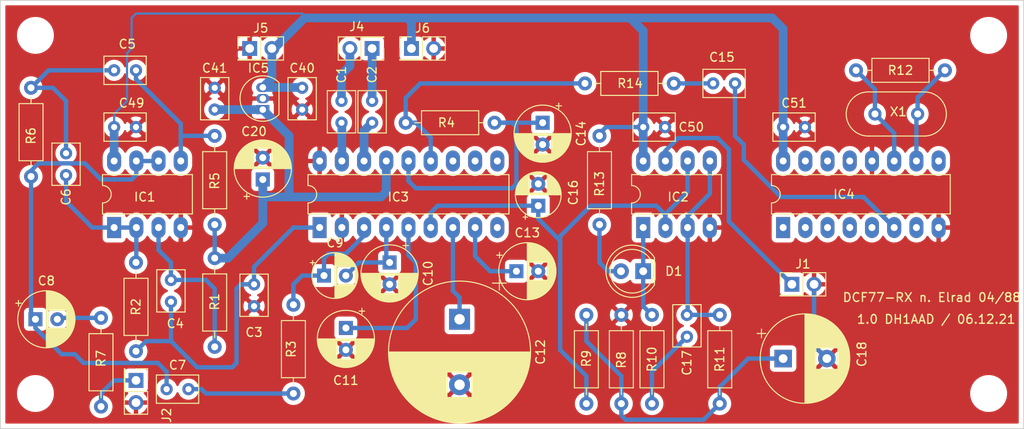
<source format=kicad_pcb>
(kicad_pcb (version 20171130) (host pcbnew 5.1.8-5.1.8)
  (title_block (title "DCF77 nach Elrad 04/88") (date 2021-12-06) (rev 1.0))
  (layers (0 F.Cu signal hide) (31 B.Cu signal) (34 B.Paste user) (35 F.Paste user) (36 B.SilkS user) (37 F.SilkS user) (38 B.Mask user) (39 F.Mask user) (44 Edge.Cuts user))
  (net 0 "")
  (net 1 +12V)
  (net 2 GND)
  (net 3 +8V)
  (net 4 "Net-(C3-Pad1)")
  (net 5 "Net-(C4-Pad2)")
  (net 6 "Net-(C7-Pad2)")
  (net 7 "Net-(C7-Pad1)")
  (net 8 "Net-(D1-Pad2)")
  (net 9 "Net-(D1-Pad1)")
  (net 10 "Net-(C6-Pad2)")
  (net 11 "Net-(IC2-Pad7)")
  (net 12 "Net-(C14-Pad1)")
  (net 13 "Net-(C15-Pad2)")
  (net 14 "Net-(C15-Pad1)")
  (net 15 "Net-(C16-Pad1)")
  (net 16 "Net-(C17-Pad2)")
  (net 17 "Net-(C17-Pad1)")
  (net 18 "Net-(C18-Pad1)")
  (net 19 "Net-(IC3-Pad13)")
  (net 20 "Net-(IC4-Pad11)")
  (net 21 "Net-(IC4-Pad10)")
  (net 22 "Net-(C10-Pad1)")
  (net 23 "Net-(C9-Pad1)")
  (net 24 "Net-(C11-Pad1)")
  (net 25 "Net-(C12-Pad1)")
  (net 26 "Net-(C13-Pad1)")
  (net 27 "Net-(C1-Pad2)")
  (net 28 "Net-(C1-Pad1)")
  (net 29 "Net-(C2-Pad2)")
  (net 30 "Net-(C2-Pad1)")
  (net 31 "Net-(C5-Pad2)")
  (net 32 "Net-(C5-Pad1)")
  (net 33 "Net-(C8-Pad2)")
  (net 34 "Net-(J2-Pad1)")
  (module Connector_PinHeader_2.54mm:PinHeader_2x01_P2.54mm_Vertical (layer F.Cu) (at 137.424 82.992)
    (fp_text reference J6 (at 1.27 -2.33) (layer F.SilkS))
    (fp_text value "12V ANT")
    (pad 2 thru_hole oval (at 2.54 0) (size 1.7 1.7) (drill 1) (layers *.Cu *.Mask) (net 2 GND))
    (pad 1 thru_hole rect (at 0 0) (size 1.7 1.7) (drill 1) (layers *.Cu *.Mask) (net 1 +12V))
  )
  (module Connector_PinHeader_2.54mm:PinHeader_2x01_P2.54mm_Vertical (layer F.Cu) (at 118.924 82.992)
    (fp_text reference J5 (at 1.27 -2.33) (layer F.SilkS))
    (fp_text value 12V)
    (pad 2 thru_hole oval (at 2.54 0) (size 1.7 1.7) (drill 1) (layers *.Cu *.Mask) (net 1 +12V))
    (pad 1 thru_hole rect (at 0 0) (size 1.7 1.7) (drill 1) (layers *.Cu *.Mask) (net 2 GND))
  )
  (module Connector_PinHeader_2.54mm:PinHeader_2x01_P2.54mm_Vertical (layer F.Cu) (at 132.924 82.992 180)
    (fp_text reference J4 (at 1.75 2.5) (layer F.SilkS))
    (fp_text value AntIN)
    (pad 2 thru_hole oval (at 2.54 0 180) (size 1.7 1.7) (drill 1) (layers *.Cu *.Mask) (net 27 "Net-(C1-Pad2)"))
    (pad 1 thru_hole rect (at 0 0 180) (size 1.7 1.7) (drill 1) (layers *.Cu *.Mask) (net 29 "Net-(C2-Pad2)"))
  )
  (module Connector_PinHeader_2.54mm:PinHeader_2x01_P2.54mm_Vertical (layer F.Cu) (at 105.924 120.992 270)
    (fp_text reference J2 (at 4 -3.5 90) (layer F.SilkS))
    (fp_text value KH)
    (pad 2 thru_hole oval (at 2.54 0 270) (size 1.7 1.7) (drill 1) (layers *.Cu *.Mask) (net 2 GND))
    (pad 1 thru_hole rect (at 0 0 270) (size 1.7 1.7) (drill 1) (layers *.Cu *.Mask) (net 34 "Net-(J2-Pad1)"))
  )
  (module Connector_PinHeader_2.54mm:PinHeader_2x01_P2.54mm_Vertical (layer F.Cu) (at 180.924 109.992)
    (fp_text reference J1 (at 1.27 -2.33) (layer F.SilkS))
    (fp_text value uC)
    (pad 2 thru_hole oval (at 2.54 0) (size 1.7 1.7) (drill 1) (layers *.Cu *.Mask) (net 2 GND))
    (pad 1 thru_hole rect (at 0 0) (size 1.7 1.7) (drill 1) (layers *.Cu *.Mask) (net 11 "Net-(IC2-Pad7)"))
  )
  (module Resistor_THT:R_Axial_DIN0207_L6.3mm_D2.5mm_P10.16mm_Horizontal (layer F.Cu) (at 101.924 123.992 90)
    (fp_text reference R7 (at 5.5 0 90) (layer F.SilkS))
    (fp_text value 220)
    (pad 2 thru_hole oval (at 10.16 0 90) (size 1.6 1.6) (drill 0.8) (layers *.Cu *.Mask) (net 33 "Net-(C8-Pad2)"))
    (pad 1 thru_hole circle (at 0 0 90) (size 1.6 1.6) (drill 0.8) (layers *.Cu *.Mask) (net 34 "Net-(J2-Pad1)"))
  )
  (module Resistor_THT:R_Axial_DIN0207_L6.3mm_D2.5mm_P10.16mm_Horizontal (layer F.Cu) (at 93.924 87.492 270)
    (fp_text reference R6 (at 5.5 0 90) (layer F.SilkS))
    (fp_text value 120)
    (pad 2 thru_hole oval (at 10.16 0 270) (size 1.6 1.6) (drill 0.8) (layers *.Cu *.Mask) (net 7 "Net-(C7-Pad1)"))
    (pad 1 thru_hole circle (at 0 0 270) (size 1.6 1.6) (drill 0.8) (layers *.Cu *.Mask) (net 31 "Net-(C5-Pad2)"))
  )
  (module Resistor_THT:R_Axial_DIN0207_L6.3mm_D2.5mm_P10.16mm_Horizontal (layer F.Cu) (at 114.924 103.152 90)
    (fp_text reference R5 (at 5 0 90) (layer F.SilkS))
    (fp_text value 470k)
    (pad 2 thru_hole oval (at 10.16 0 90) (size 1.6 1.6) (drill 0.8) (layers *.Cu *.Mask) (net 32 "Net-(C5-Pad1)"))
    (pad 1 thru_hole circle (at 0 0 90) (size 1.6 1.6) (drill 0.8) (layers *.Cu *.Mask) (net 3 +8V))
  )
  (module Resistor_THT:R_Axial_DIN0207_L6.3mm_D2.5mm_P10.16mm_Horizontal (layer F.Cu) (at 105.924 107.492 270)
    (fp_text reference R2 (at 5.08 0 90) (layer F.SilkS))
    (fp_text value 110)
    (pad 2 thru_hole oval (at 10.16 0 270) (size 1.6 1.6) (drill 0.8) (layers *.Cu *.Mask) (net 4 "Net-(C3-Pad1)"))
    (pad 1 thru_hole circle (at 0 0 270) (size 1.6 1.6) (drill 0.8) (layers *.Cu *.Mask) (net 10 "Net-(C6-Pad2)"))
  )
  (module Resistor_THT:R_Axial_DIN0207_L6.3mm_D2.5mm_P10.16mm_Horizontal (layer F.Cu) (at 114.924 106.992 270)
    (fp_text reference R1 (at 5 0 90) (layer F.SilkS))
    (fp_text value 470k)
    (pad 2 thru_hole oval (at 10.16 0 270) (size 1.6 1.6) (drill 0.8) (layers *.Cu *.Mask) (net 5 "Net-(C4-Pad2)"))
    (pad 1 thru_hole circle (at 0 0 270) (size 1.6 1.6) (drill 0.8) (layers *.Cu *.Mask) (net 3 +8V))
  )
  (module Package_TO_SOT_THT:TO-92_Inline (layer F.Cu) (at 120.424 89.992 90)
    (fp_text reference IC5 (at 4.75 -0.5 180) (layer F.SilkS))
    (fp_text value L78L08)
    (pad 1 thru_hole rect (at 0 0 90) (size 1.05 1.5) (drill 0.75) (layers *.Cu *.Mask) (net 3 +8V))
    (pad 3 thru_hole oval (at 2.54 0 90) (size 1.05 1.5) (drill 0.75) (layers *.Cu *.Mask) (net 1 +12V))
    (pad 2 thru_hole oval (at 1.27 0 90) (size 1.05 1.5) (drill 0.75) (layers *.Cu *.Mask) (net 2 GND))
  )
  (module Package_DIP:DIP-8_W7.62mm_LongPads (layer F.Cu) (at 103.424 103.492 90)
    (fp_text reference IC1 (at 3.5 3.5 180) (layer F.SilkS))
    (fp_text value RC4558)
    (pad 8 thru_hole oval (at 7.62 0 90) (size 2.4 1.6) (drill 0.8) (layers *.Cu *.Mask) (net 1 +12V))
    (pad 4 thru_hole oval (at 0 7.62 90) (size 2.4 1.6) (drill 0.8) (layers *.Cu *.Mask) (net 2 GND))
    (pad 7 thru_hole oval (at 7.62 2.54 90) (size 2.4 1.6) (drill 0.8) (layers *.Cu *.Mask) (net 7 "Net-(C7-Pad1)"))
    (pad 3 thru_hole oval (at 0 5.08 90) (size 2.4 1.6) (drill 0.8) (layers *.Cu *.Mask) (net 5 "Net-(C4-Pad2)"))
    (pad 6 thru_hole oval (at 7.62 5.08 90) (size 2.4 1.6) (drill 0.8) (layers *.Cu *.Mask) (net 7 "Net-(C7-Pad1)"))
    (pad 2 thru_hole oval (at 0 2.54 90) (size 2.4 1.6) (drill 0.8) (layers *.Cu *.Mask) (net 10 "Net-(C6-Pad2)"))
    (pad 5 thru_hole oval (at 7.62 7.62 90) (size 2.4 1.6) (drill 0.8) (layers *.Cu *.Mask) (net 32 "Net-(C5-Pad1)"))
    (pad 1 thru_hole rect (at 0 0 90) (size 2.4 1.6) (drill 0.8) (layers *.Cu *.Mask) (net 10 "Net-(C6-Pad2)"))
  )
  (module Capacitor_THT:C_Rect_L4.6mm_W3.0mm_P2.50mm_MKS02_FKP02 (layer F.Cu) (at 103.424 91.992)
    (fp_text reference C49 (at 2 -2.75) (layer F.SilkS))
    (fp_text value 100n)
    (pad 2 thru_hole circle (at 2.5 0) (size 1.4 1.4) (drill 0.7) (layers *.Cu *.Mask) (net 2 GND))
    (pad 1 thru_hole circle (at 0 0) (size 1.4 1.4) (drill 0.7) (layers *.Cu *.Mask) (net 1 +12V))
  )
  (module Capacitor_THT:C_Rect_L4.6mm_W3.0mm_P2.50mm_MKS02_FKP02 (layer F.Cu) (at 114.924 87.492 270)
    (fp_text reference C41 (at -2.25 0 180) (layer F.SilkS))
    (fp_text value 100n)
    (pad 2 thru_hole circle (at 2.5 0 270) (size 1.4 1.4) (drill 0.7) (layers *.Cu *.Mask) (net 3 +8V))
    (pad 1 thru_hole circle (at 0 0 270) (size 1.4 1.4) (drill 0.7) (layers *.Cu *.Mask) (net 2 GND))
  )
  (module Capacitor_THT:C_Rect_L4.6mm_W3.0mm_P2.50mm_MKS02_FKP02 (layer F.Cu) (at 124.924 89.992 90)
    (fp_text reference C40 (at 4.75 0 180) (layer F.SilkS))
    (fp_text value 100n)
    (pad 2 thru_hole circle (at 2.5 0 90) (size 1.4 1.4) (drill 0.7) (layers *.Cu *.Mask) (net 1 +12V))
    (pad 1 thru_hole circle (at 0 0 90) (size 1.4 1.4) (drill 0.7) (layers *.Cu *.Mask) (net 2 GND))
  )
  (module Capacitor_THT:CP_Radial_D6.3mm_P2.50mm (layer F.Cu) (at 94.424 113.992)
    (fp_text reference C8 (at 1.25 -4.4) (layer F.SilkS))
    (fp_text value 47µ)
    (pad 2 thru_hole circle (at 2.5 0) (size 1.6 1.6) (drill 0.8) (layers *.Cu *.Mask) (net 33 "Net-(C8-Pad2)"))
    (pad 1 thru_hole rect (at 0 0) (size 1.6 1.6) (drill 0.8) (layers *.Cu *.Mask) (net 7 "Net-(C7-Pad1)"))
  )
  (module Capacitor_THT:C_Rect_L4.6mm_W3.0mm_P2.50mm_MKS02_FKP02 (layer F.Cu) (at 109.424 121.992)
    (fp_text reference C7 (at 1.25 -2.75) (layer F.SilkS))
    (fp_text value 100n)
    (pad 2 thru_hole circle (at 2.5 0) (size 1.4 1.4) (drill 0.7) (layers *.Cu *.Mask) (net 6 "Net-(C7-Pad2)"))
    (pad 1 thru_hole circle (at 0 0) (size 1.4 1.4) (drill 0.7) (layers *.Cu *.Mask) (net 7 "Net-(C7-Pad1)"))
  )
  (module Capacitor_THT:C_Rect_L4.6mm_W3.0mm_P2.50mm_MKS02_FKP02 (layer F.Cu) (at 97.924 94.992 270)
    (fp_text reference C6 (at 5 0 90) (layer F.SilkS))
    (fp_text value 10n)
    (pad 2 thru_hole circle (at 2.5 0 270) (size 1.4 1.4) (drill 0.7) (layers *.Cu *.Mask) (net 10 "Net-(C6-Pad2)"))
    (pad 1 thru_hole circle (at 0 0 270) (size 1.4 1.4) (drill 0.7) (layers *.Cu *.Mask) (net 31 "Net-(C5-Pad2)"))
  )
  (module Capacitor_THT:C_Rect_L4.6mm_W3.0mm_P2.50mm_MKS02_FKP02 (layer F.Cu) (at 105.924 85.492 180)
    (fp_text reference C5 (at 1 3) (layer F.SilkS))
    (fp_text value 100n)
    (pad 2 thru_hole circle (at 2.5 0 180) (size 1.4 1.4) (drill 0.7) (layers *.Cu *.Mask) (net 31 "Net-(C5-Pad2)"))
    (pad 1 thru_hole circle (at 0 0 180) (size 1.4 1.4) (drill 0.7) (layers *.Cu *.Mask) (net 32 "Net-(C5-Pad1)"))
  )
  (module Capacitor_THT:C_Rect_L4.6mm_W3.0mm_P2.50mm_MKS02_FKP02 (layer F.Cu) (at 109.924 111.992 90)
    (fp_text reference C4 (at -2.5 0.5 180) (layer F.SilkS))
    (fp_text value 100n)
    (pad 2 thru_hole circle (at 2.5 0 90) (size 1.4 1.4) (drill 0.7) (layers *.Cu *.Mask) (net 5 "Net-(C4-Pad2)"))
    (pad 1 thru_hole circle (at 0 0 90) (size 1.4 1.4) (drill 0.7) (layers *.Cu *.Mask) (net 4 "Net-(C3-Pad1)"))
  )
  (module Capacitor_THT:C_Rect_L4.6mm_W3.0mm_P2.50mm_MKS02_FKP02 (layer F.Cu) (at 119.424 109.992 270)
    (fp_text reference C3 (at 5.5 0 180) (layer F.SilkS))
    (fp_text value 10n)
    (pad 2 thru_hole circle (at 2.5 0 270) (size 1.4 1.4) (drill 0.7) (layers *.Cu *.Mask) (net 2 GND))
    (pad 1 thru_hole circle (at 0 0 270) (size 1.4 1.4) (drill 0.7) (layers *.Cu *.Mask) (net 4 "Net-(C3-Pad1)"))
  )
  (module Capacitor_THT:C_Rect_L4.6mm_W3.0mm_P2.50mm_MKS02_FKP02 (layer F.Cu) (at 132.924 91.492 90)
    (fp_text reference C2 (at 5.5 0 90) (layer F.SilkS))
    (fp_text value 1n)
    (pad 2 thru_hole circle (at 2.5 0 90) (size 1.4 1.4) (drill 0.7) (layers *.Cu *.Mask) (net 29 "Net-(C2-Pad2)"))
    (pad 1 thru_hole circle (at 0 0 90) (size 1.4 1.4) (drill 0.7) (layers *.Cu *.Mask) (net 30 "Net-(C2-Pad1)"))
  )
  (module Capacitor_THT:C_Rect_L4.6mm_W3.0mm_P2.50mm_MKS02_FKP02 (layer F.Cu) (at 129.424 91.492 90)
    (fp_text reference C1 (at 5.5 0 90) (layer F.SilkS))
    (fp_text value 1n)
    (pad 2 thru_hole circle (at 2.5 0 90) (size 1.4 1.4) (drill 0.7) (layers *.Cu *.Mask) (net 27 "Net-(C1-Pad2)"))
    (pad 1 thru_hole circle (at 0 0 90) (size 1.4 1.4) (drill 0.7) (layers *.Cu *.Mask) (net 28 "Net-(C1-Pad1)"))
  )
  (module Resistor_THT:R_Axial_DIN0207_L6.3mm_D2.5mm_P10.16mm_Horizontal (layer F.Cu) (at 123.924 122.492 90)
    (fp_text reference R3 (at 5.08 -0.25 90) (layer F.SilkS))
    (fp_text value 10k)
    (pad 2 thru_hole oval (at 10.16 0 90) (size 1.6 1.6) (drill 0.8) (layers *.Cu *.Mask) (net 23 "Net-(C9-Pad1)"))
    (pad 1 thru_hole circle (at 0 0 90) (size 1.6 1.6) (drill 0.8) (layers *.Cu *.Mask) (net 6 "Net-(C7-Pad2)"))
  )
  (module Capacitor_THT:CP_Radial_D6.3mm_P2.50mm (layer F.Cu) (at 149.424 108.492)
    (fp_text reference C13 (at 1.25 -4.4) (layer F.SilkS))
    (fp_text value 47µ)
    (pad 2 thru_hole circle (at 2.5 0) (size 1.6 1.6) (drill 0.8) (layers *.Cu *.Mask) (net 2 GND))
    (pad 1 thru_hole rect (at 0 0) (size 1.6 1.6) (drill 0.8) (layers *.Cu *.Mask) (net 26 "Net-(C13-Pad1)"))
  )
  (module Capacitor_THT:CP_Radial_D16.0mm_P7.50mm (layer F.Cu) (at 142.924 113.992 270)
    (fp_text reference C12 (at 3.75 -9.25 90) (layer F.SilkS))
    (fp_text value 2200µ)
    (pad 2 thru_hole circle (at 7.5 0 270) (size 2.4 2.4) (drill 1.2) (layers *.Cu *.Mask) (net 2 GND))
    (pad 1 thru_hole rect (at 0 0 270) (size 2.4 2.4) (drill 1.2) (layers *.Cu *.Mask) (net 25 "Net-(C12-Pad1)"))
  )
  (module Capacitor_THT:CP_Radial_D6.3mm_P2.50mm (layer F.Cu) (at 129.924 114.992 270)
    (fp_text reference C11 (at 6 0 180) (layer F.SilkS))
    (fp_text value 47µ)
    (pad 2 thru_hole circle (at 2.5 0 270) (size 1.6 1.6) (drill 0.8) (layers *.Cu *.Mask) (net 2 GND))
    (pad 1 thru_hole rect (at 0 0 270) (size 1.6 1.6) (drill 0.8) (layers *.Cu *.Mask) (net 24 "Net-(C11-Pad1)"))
  )
  (module Capacitor_THT:CP_Radial_D6.3mm_P2.50mm (layer F.Cu) (at 134.924 107.492 270)
    (fp_text reference C10 (at 1.25 -4.4 90) (layer F.SilkS))
    (fp_text value 47µ)
    (pad 2 thru_hole circle (at 2.5 0 270) (size 1.6 1.6) (drill 0.8) (layers *.Cu *.Mask) (net 2 GND))
    (pad 1 thru_hole rect (at 0 0 270) (size 1.6 1.6) (drill 0.8) (layers *.Cu *.Mask) (net 22 "Net-(C10-Pad1)"))
  )
  (module Capacitor_THT:CP_Radial_D5.0mm_P2.50mm (layer F.Cu) (at 127.424 108.992)
    (fp_text reference C9 (at 1.25 -3.75) (layer F.SilkS))
    (fp_text value 1µ)
    (pad 2 thru_hole circle (at 2.5 0) (size 1.6 1.6) (drill 0.8) (layers *.Cu *.Mask) (net 22 "Net-(C10-Pad1)"))
    (pad 1 thru_hole rect (at 0 0) (size 1.6 1.6) (drill 0.8) (layers *.Cu *.Mask) (net 23 "Net-(C9-Pad1)"))
  )
  (module Resistor_THT:R_Axial_DIN0207_L6.3mm_D2.5mm_P10.16mm_Horizontal (layer F.Cu) (at 172.674 113.492 270)
    (fp_text reference R11 (at 5.08 0 90) (layer F.SilkS))
    (fp_text value 10k)
    (pad 2 thru_hole oval (at 10.16 0 270) (size 1.6 1.6) (drill 0.8) (layers *.Cu *.Mask) (net 18 "Net-(C18-Pad1)"))
    (pad 1 thru_hole circle (at 0 0 270) (size 1.6 1.6) (drill 0.8) (layers *.Cu *.Mask) (net 16 "Net-(C17-Pad2)"))
  )
  (module Resistor_THT:R_Axial_DIN0207_L6.3mm_D2.5mm_P10.16mm_Horizontal (layer F.Cu) (at 161.424 113.492 270)
    (fp_text reference R8 (at 5.16 0 90) (layer F.SilkS))
    (fp_text value 100k)
    (pad 2 thru_hole oval (at 10.16 0 270) (size 1.6 1.6) (drill 0.8) (layers *.Cu *.Mask) (net 18 "Net-(C18-Pad1)"))
    (pad 1 thru_hole circle (at 0 0 270) (size 1.6 1.6) (drill 0.8) (layers *.Cu *.Mask) (net 2 GND))
  )
  (module Resistor_THT:R_Axial_DIN0207_L6.3mm_D2.5mm_P10.16mm_Horizontal (layer F.Cu) (at 157.424 113.492 270)
    (fp_text reference R9 (at 5 0 90) (layer F.SilkS))
    (fp_text value 47k)
    (pad 2 thru_hole oval (at 10.16 0 270) (size 1.6 1.6) (drill 0.8) (layers *.Cu *.Mask) (net 15 "Net-(C16-Pad1)"))
    (pad 1 thru_hole circle (at 0 0 270) (size 1.6 1.6) (drill 0.8) (layers *.Cu *.Mask) (net 18 "Net-(C18-Pad1)"))
  )
  (module Capacitor_THT:CP_Radial_D10.0mm_P5.00mm (layer F.Cu) (at 179.924 118.492)
    (fp_text reference C18 (at 9 -0.5 270) (layer F.SilkS))
    (fp_text value 220µ)
    (pad 2 thru_hole circle (at 5 0) (size 2 2) (drill 1) (layers *.Cu *.Mask) (net 2 GND))
    (pad 1 thru_hole rect (at 0 0) (size 2 2) (drill 1) (layers *.Cu *.Mask) (net 18 "Net-(C18-Pad1)"))
  )
  (module Capacitor_THT:CP_Radial_D5.0mm_P2.50mm (layer F.Cu) (at 151.924 100.992 90)
    (fp_text reference C16 (at 1.5 4 90) (layer F.SilkS))
    (fp_text value 1µ)
    (pad 2 thru_hole circle (at 2.5 0 90) (size 1.6 1.6) (drill 0.8) (layers *.Cu *.Mask) (net 2 GND))
    (pad 1 thru_hole rect (at 0 0 90) (size 1.6 1.6) (drill 0.8) (layers *.Cu *.Mask) (net 15 "Net-(C16-Pad1)"))
  )
  (module Capacitor_THT:CP_Radial_D6.3mm_P2.50mm (layer F.Cu) (at 152.424 91.492 270)
    (fp_text reference C14 (at 1.25 -4.4 90) (layer F.SilkS))
    (fp_text value 47µ)
    (pad 2 thru_hole circle (at 2.5 0 270) (size 1.6 1.6) (drill 0.8) (layers *.Cu *.Mask) (net 2 GND))
    (pad 1 thru_hole rect (at 0 0 270) (size 1.6 1.6) (drill 0.8) (layers *.Cu *.Mask) (net 12 "Net-(C14-Pad1)"))
  )
  (module Capacitor_THT:CP_Radial_D6.3mm_P2.50mm (layer F.Cu) (at 120.424 97.992 90)
    (fp_text reference C20 (at 5.5 -1 180) (layer F.SilkS))
    (fp_text value 47µ)
    (pad 2 thru_hole circle (at 2.5 0 90) (size 1.6 1.6) (drill 0.8) (layers *.Cu *.Mask) (net 2 GND))
    (pad 1 thru_hole rect (at 0 0 90) (size 1.6 1.6) (drill 0.8) (layers *.Cu *.Mask) (net 3 +8V))
  )
  (module MountingHole:MountingHole_3.2mm_M3 (layer F.Cu) (at 203.424 122.492)
    (fp_text reference H4 hide)
    (fp_text value 3mm hide)
    (pad 1 np_thru_hole circle (at 0 0) (size 3.2 3.2) (drill 3.2) (layers *.Cu *.Mask))
  )
  (module MountingHole:MountingHole_3.2mm_M3 (layer F.Cu) (at 203.424 81.492)
    (fp_text reference H3 hide)
    (fp_text value 3mm hide)
    (pad 1 np_thru_hole circle (at 0 0) (size 3.2 3.2) (drill 3.2) (layers *.Cu *.Mask))
  )
  (module MountingHole:MountingHole_3.2mm_M3 (layer F.Cu) (at 94.424 122.492)
    (fp_text reference H2 hide)
    (fp_text value 3mm hide)
    (pad 1 np_thru_hole circle (at 0 0) (size 3.2 3.2) (drill 3.2) (layers *.Cu *.Mask))
  )
  (module MountingHole:MountingHole_3.2mm_M3 (layer F.Cu) (at 94.424 81.492)
    (fp_text reference H1 hide)
    (fp_text value 3mm hide)
    (pad 1 np_thru_hole circle (at 0 0) (size 3.2 3.2) (drill 3.2) (layers *.Cu *.Mask))
  )
  (module Resistor_THT:R_Axial_DIN0207_L6.3mm_D2.5mm_P10.16mm_Horizontal (layer F.Cu) (at 158.924 92.992 270)
    (fp_text reference R13 (at 5.5 0 90) (layer F.SilkS))
    (fp_text value 2k2)
    (pad 2 thru_hole oval (at 10.16 0 270) (size 1.6 1.6) (drill 0.8) (layers *.Cu *.Mask) (net 8 "Net-(D1-Pad2)"))
    (pad 1 thru_hole circle (at 0 0 270) (size 1.6 1.6) (drill 0.8) (layers *.Cu *.Mask) (net 1 +12V))
  )
  (module Resistor_THT:R_Axial_DIN0207_L6.3mm_D2.5mm_P10.16mm_Horizontal (layer F.Cu) (at 164.924 113.492 270)
    (fp_text reference R10 (at 5.08 0 90) (layer F.SilkS))
    (fp_text value 470k)
    (pad 2 thru_hole oval (at 10.16 0 270) (size 1.6 1.6) (drill 0.8) (layers *.Cu *.Mask) (net 17 "Net-(C17-Pad1)"))
    (pad 1 thru_hole circle (at 0 0 270) (size 1.6 1.6) (drill 0.8) (layers *.Cu *.Mask) (net 9 "Net-(D1-Pad1)"))
  )
  (module LED_THT:LED_D5.0mm (layer F.Cu) (at 163.924 108.492 180)
    (fp_text reference D1 (at -3.5 0) (layer F.SilkS))
    (fp_text value LED)
    (pad 2 thru_hole circle (at 2.54 0 180) (size 1.8 1.8) (drill 0.9) (layers *.Cu *.Mask) (net 8 "Net-(D1-Pad2)"))
    (pad 1 thru_hole rect (at 0 0 180) (size 1.8 1.8) (drill 0.9) (layers *.Cu *.Mask) (net 9 "Net-(D1-Pad1)"))
  )
  (module Capacitor_THT:C_Rect_L4.6mm_W3.0mm_P2.50mm_MKS02_FKP02 (layer F.Cu) (at 168.924 115.992 90)
    (fp_text reference C17 (at -3 0 90) (layer F.SilkS))
    (fp_text value 33n)
    (pad 2 thru_hole circle (at 2.5 0 90) (size 1.4 1.4) (drill 0.7) (layers *.Cu *.Mask) (net 16 "Net-(C17-Pad2)"))
    (pad 1 thru_hole circle (at 0 0 90) (size 1.4 1.4) (drill 0.7) (layers *.Cu *.Mask) (net 17 "Net-(C17-Pad1)"))
  )
  (module Package_DIP:DIP-8_W7.62mm_LongPads (layer F.Cu) (at 163.924 103.492 90)
    (fp_text reference IC2 (at 3.5 4 180) (layer F.SilkS))
    (fp_text value LM393)
    (pad 8 thru_hole oval (at 7.62 0 90) (size 2.4 1.6) (drill 0.8) (layers *.Cu *.Mask) (net 1 +12V))
    (pad 4 thru_hole oval (at 0 7.62 90) (size 2.4 1.6) (drill 0.8) (layers *.Cu *.Mask) (net 2 GND))
    (pad 7 thru_hole oval (at 7.62 2.54 90) (size 2.4 1.6) (drill 0.8) (layers *.Cu *.Mask) (net 11 "Net-(IC2-Pad7)"))
    (pad 3 thru_hole oval (at 0 5.08 90) (size 2.4 1.6) (drill 0.8) (layers *.Cu *.Mask) (net 16 "Net-(C17-Pad2)"))
    (pad 6 thru_hole oval (at 7.62 5.08 90) (size 2.4 1.6) (drill 0.8) (layers *.Cu *.Mask) (net 15 "Net-(C16-Pad1)"))
    (pad 2 thru_hole oval (at 0 2.54 90) (size 2.4 1.6) (drill 0.8) (layers *.Cu *.Mask) (net 15 "Net-(C16-Pad1)"))
    (pad 5 thru_hole oval (at 7.62 7.62 90) (size 2.4 1.6) (drill 0.8) (layers *.Cu *.Mask) (net 16 "Net-(C17-Pad2)"))
    (pad 1 thru_hole rect (at 0 0 90) (size 2.4 1.6) (drill 0.8) (layers *.Cu *.Mask) (net 9 "Net-(D1-Pad1)"))
  )
  (module Capacitor_THT:C_Rect_L4.6mm_W3.0mm_P2.50mm_MKS02_FKP02 (layer F.Cu) (at 163.924 91.992)
    (fp_text reference C50 (at 5.5 0) (layer F.SilkS))
    (fp_text value 100n)
    (pad 2 thru_hole circle (at 2.5 0) (size 1.4 1.4) (drill 0.7) (layers *.Cu *.Mask) (net 2 GND))
    (pad 1 thru_hole circle (at 0 0) (size 1.4 1.4) (drill 0.7) (layers *.Cu *.Mask) (net 1 +12V))
  )
  (module Resistor_THT:R_Axial_DIN0207_L6.3mm_D2.5mm_P10.16mm_Horizontal (layer F.Cu) (at 167.424 86.992 180)
    (fp_text reference R14 (at 5 0) (layer F.SilkS))
    (fp_text value 2k2)
    (pad 2 thru_hole oval (at 10.16 0 180) (size 1.6 1.6) (drill 0.8) (layers *.Cu *.Mask) (net 19 "Net-(IC3-Pad13)"))
    (pad 1 thru_hole circle (at 0 0 180) (size 1.6 1.6) (drill 0.8) (layers *.Cu *.Mask) (net 13 "Net-(C15-Pad2)"))
  )
  (module Resistor_THT:R_Axial_DIN0207_L6.3mm_D2.5mm_P10.16mm_Horizontal (layer F.Cu) (at 146.924 91.492 180)
    (fp_text reference R4 (at 5.5 0) (layer F.SilkS))
    (fp_text value 220)
    (pad 2 thru_hole oval (at 10.16 0 180) (size 1.6 1.6) (drill 0.8) (layers *.Cu *.Mask) (net 19 "Net-(IC3-Pad13)"))
    (pad 1 thru_hole circle (at 0 0 180) (size 1.6 1.6) (drill 0.8) (layers *.Cu *.Mask) (net 12 "Net-(C14-Pad1)"))
  )
  (module Package_DIP:DIP-18_W7.62mm_LongPads (layer F.Cu) (at 126.924 103.492 90)
    (fp_text reference IC3 (at 3.5 9 180) (layer F.SilkS))
    (fp_text value TDA1572)
    (pad 18 thru_hole oval (at 7.62 0 90) (size 2.4 1.6) (drill 0.8) (layers *.Cu *.Mask) (net 2 GND))
    (pad 9 thru_hole oval (at 0 20.32 90) (size 2.4 1.6) (drill 0.8) (layers *.Cu *.Mask))
    (pad 17 thru_hole oval (at 7.62 2.54 90) (size 2.4 1.6) (drill 0.8) (layers *.Cu *.Mask) (net 28 "Net-(C1-Pad1)"))
    (pad 8 thru_hole oval (at 0 17.78 90) (size 2.4 1.6) (drill 0.8) (layers *.Cu *.Mask) (net 26 "Net-(C13-Pad1)"))
    (pad 16 thru_hole oval (at 7.62 5.08 90) (size 2.4 1.6) (drill 0.8) (layers *.Cu *.Mask) (net 30 "Net-(C2-Pad1)"))
    (pad 7 thru_hole oval (at 0 15.24 90) (size 2.4 1.6) (drill 0.8) (layers *.Cu *.Mask) (net 25 "Net-(C12-Pad1)"))
    (pad 15 thru_hole oval (at 7.62 7.62 90) (size 2.4 1.6) (drill 0.8) (layers *.Cu *.Mask) (net 3 +8V))
    (pad 6 thru_hole oval (at 0 12.7 90) (size 2.4 1.6) (drill 0.8) (layers *.Cu *.Mask) (net 15 "Net-(C16-Pad1)"))
    (pad 14 thru_hole oval (at 7.62 10.16 90) (size 2.4 1.6) (drill 0.8) (layers *.Cu *.Mask) (net 12 "Net-(C14-Pad1)"))
    (pad 5 thru_hole oval (at 0 10.16 90) (size 2.4 1.6) (drill 0.8) (layers *.Cu *.Mask) (net 24 "Net-(C11-Pad1)"))
    (pad 13 thru_hole oval (at 7.62 12.7 90) (size 2.4 1.6) (drill 0.8) (layers *.Cu *.Mask) (net 19 "Net-(IC3-Pad13)"))
    (pad 4 thru_hole oval (at 0 7.62 90) (size 2.4 1.6) (drill 0.8) (layers *.Cu *.Mask) (net 22 "Net-(C10-Pad1)"))
    (pad 12 thru_hole oval (at 7.62 15.24 90) (size 2.4 1.6) (drill 0.8) (layers *.Cu *.Mask))
    (pad 3 thru_hole oval (at 0 5.08 90) (size 2.4 1.6) (drill 0.8) (layers *.Cu *.Mask) (net 23 "Net-(C9-Pad1)"))
    (pad 11 thru_hole oval (at 7.62 17.78 90) (size 2.4 1.6) (drill 0.8) (layers *.Cu *.Mask))
    (pad 2 thru_hole oval (at 0 2.54 90) (size 2.4 1.6) (drill 0.8) (layers *.Cu *.Mask) (net 2 GND))
    (pad 10 thru_hole oval (at 7.62 20.32 90) (size 2.4 1.6) (drill 0.8) (layers *.Cu *.Mask))
    (pad 1 thru_hole rect (at 0 0 90) (size 2.4 1.6) (drill 0.8) (layers *.Cu *.Mask) (net 4 "Net-(C3-Pad1)"))
  )
  (module Package_DIP:DIP-16_W7.62mm_LongPads (layer F.Cu) (at 179.924 103.492 90)
    (fp_text reference IC4 (at 3.81 6.965 180) (layer F.SilkS))
    (fp_text value 4060N)
    (pad 16 thru_hole oval (at 7.62 0 90) (size 2.4 1.6) (drill 0.8) (layers *.Cu *.Mask) (net 1 +12V))
    (pad 8 thru_hole oval (at 0 17.78 90) (size 2.4 1.6) (drill 0.8) (layers *.Cu *.Mask) (net 2 GND))
    (pad 15 thru_hole oval (at 7.62 2.54 90) (size 2.4 1.6) (drill 0.8) (layers *.Cu *.Mask))
    (pad 7 thru_hole oval (at 0 15.24 90) (size 2.4 1.6) (drill 0.8) (layers *.Cu *.Mask))
    (pad 14 thru_hole oval (at 7.62 5.08 90) (size 2.4 1.6) (drill 0.8) (layers *.Cu *.Mask))
    (pad 6 thru_hole oval (at 0 12.7 90) (size 2.4 1.6) (drill 0.8) (layers *.Cu *.Mask) (net 14 "Net-(C15-Pad1)"))
    (pad 13 thru_hole oval (at 7.62 7.62 90) (size 2.4 1.6) (drill 0.8) (layers *.Cu *.Mask))
    (pad 5 thru_hole oval (at 0 10.16 90) (size 2.4 1.6) (drill 0.8) (layers *.Cu *.Mask))
    (pad 12 thru_hole oval (at 7.62 10.16 90) (size 2.4 1.6) (drill 0.8) (layers *.Cu *.Mask) (net 2 GND))
    (pad 4 thru_hole oval (at 0 7.62 90) (size 2.4 1.6) (drill 0.8) (layers *.Cu *.Mask))
    (pad 11 thru_hole oval (at 7.62 12.7 90) (size 2.4 1.6) (drill 0.8) (layers *.Cu *.Mask) (net 20 "Net-(IC4-Pad11)"))
    (pad 3 thru_hole oval (at 0 5.08 90) (size 2.4 1.6) (drill 0.8) (layers *.Cu *.Mask))
    (pad 10 thru_hole oval (at 7.62 15.24 90) (size 2.4 1.6) (drill 0.8) (layers *.Cu *.Mask) (net 21 "Net-(IC4-Pad10)"))
    (pad 2 thru_hole oval (at 0 2.54 90) (size 2.4 1.6) (drill 0.8) (layers *.Cu *.Mask))
    (pad 9 thru_hole oval (at 7.62 17.78 90) (size 2.4 1.6) (drill 0.8) (layers *.Cu *.Mask))
    (pad 1 thru_hole rect (at 0 0 90) (size 2.4 1.6) (drill 0.8) (layers *.Cu *.Mask))
  )
  (module Capacitor_THT:C_Rect_L4.6mm_W3.0mm_P2.50mm_MKS02_FKP02 (layer F.Cu) (at 174.424 86.992 180)
    (fp_text reference C15 (at 1.5 3) (layer F.SilkS))
    (fp_text value 100n)
    (pad 2 thru_hole circle (at 2.5 0 180) (size 1.4 1.4) (drill 0.7) (layers *.Cu *.Mask) (net 13 "Net-(C15-Pad2)"))
    (pad 1 thru_hole circle (at 0 0 180) (size 1.4 1.4) (drill 0.7) (layers *.Cu *.Mask) (net 14 "Net-(C15-Pad1)"))
  )
  (module Resistor_THT:R_Axial_DIN0207_L6.3mm_D2.5mm_P10.16mm_Horizontal (layer F.Cu) (at 198.424 85.492 180)
    (fp_text reference R12 (at 5.08 0) (layer F.SilkS))
    (fp_text value 1M)
    (pad 2 thru_hole oval (at 10.16 0 180) (size 1.6 1.6) (drill 0.8) (layers *.Cu *.Mask) (net 20 "Net-(IC4-Pad11)"))
    (pad 1 thru_hole circle (at 0 0 180) (size 1.6 1.6) (drill 0.8) (layers *.Cu *.Mask) (net 21 "Net-(IC4-Pad10)"))
  )
  (module Capacitor_THT:C_Rect_L4.6mm_W3.0mm_P2.50mm_MKS02_FKP02 (layer F.Cu) (at 179.924 91.992)
    (fp_text reference C51 (at 1.25 -2.75) (layer F.SilkS))
    (fp_text value 100n)
    (pad 1 thru_hole circle (at 0 0) (size 1.4 1.4) (drill 0.7) (layers *.Cu *.Mask) (net 1 +12V))
    (pad 2 thru_hole circle (at 2.5 0) (size 1.4 1.4) (drill 0.7) (layers *.Cu *.Mask) (net 2 GND))
  )
  (module Crystal:Crystal_HC49-4H_Vertical (layer F.Cu) (at 190.424 90.492)
    (fp_text reference X1 (at 2.67 -0.254) (layer F.SilkS))
    (fp_text value 10MHz)
    (pad 1 thru_hole circle (at 0 0) (size 1.5 1.5) (drill 0.8) (layers *.Cu *.Mask) (net 20 "Net-(IC4-Pad11)"))
    (pad 2 thru_hole circle (at 4.88 0) (size 1.5 1.5) (drill 0.8) (layers *.Cu *.Mask) (net 21 "Net-(IC4-Pad10)"))
  )
  (gr_text "1.0 DH1AAD / 06.12.21" (at 197.424 113.992) (layer F.SilkS) (effects (font (size 1 1))))
  (gr_text "DCF77-RX n. Elrad 04/88" (at 196.924 111.492) (layer F.SilkS) (effects (font (size 1 1))))
  (gr_line (start 207.424 77.492) (end 207.424 126.492) (layer Edge.Cuts) (width 0.1))
  (gr_line (start 90.424 77.492) (end 207.424 77.492) (layer Edge.Cuts) (width 0.1))
  (gr_line (start 90.424 126.492) (end 90.424 77.492) (layer Edge.Cuts) (width 0.1))
  (gr_line (start 207.424 126.492) (end 90.424 126.492) (layer Edge.Cuts) (width 0.1))
  (segment (start 121.714 82.992) (end 125.214 79.492) (width 1) (layer B.Cu) (net 1))
  (segment (start 163.924 80.992) (end 163.924 91.992) (width 1) (layer B.Cu) (net 1))
  (segment (start 162.424 79.492) (end 163.924 80.992) (width 1) (layer B.Cu) (net 1))
  (segment (start 179.924 95.872) (end 179.924 91.992) (width 1) (layer B.Cu) (net 1))
  (segment (start 179.924 91.992) (end 179.924 80.742) (width 1) (layer B.Cu) (net 1))
  (segment (start 178.674 79.492) (end 162.424 79.492) (width 1) (layer B.Cu) (net 1))
  (segment (start 179.924 80.742) (end 178.674 79.492) (width 1) (layer B.Cu) (net 1))
  (segment (start 163.924 91.992) (end 163.924 95.872) (width 1) (layer B.Cu) (net 1))
  (segment (start 121.464 86.412) (end 121.464 82.992) (width 1) (layer B.Cu) (net 1))
  (segment (start 120.424 87.452) (end 121.464 86.412) (width 1) (layer B.Cu) (net 1))
  (segment (start 158.924 92.992) (end 158.924 92.742) (width 0.5) (layer B.Cu) (net 1))
  (segment (start 159.674 91.992) (end 163.924 91.992) (width 0.5) (layer B.Cu) (net 1))
  (segment (start 158.924 92.742) (end 159.674 91.992) (width 0.5) (layer B.Cu) (net 1))
  (segment (start 103.424 95.872) (end 103.424 91.992) (width 1) (layer B.Cu) (net 1))
  (segment (start 124.884 87.452) (end 124.924 87.492) (width 1) (layer B.Cu) (net 1))
  (segment (start 120.424 87.452) (end 124.884 87.452) (width 1) (layer B.Cu) (net 1))
  (segment (start 137.424 79.992) (end 136.924 79.492) (width 1) (layer B.Cu) (net 1))
  (segment (start 137.424 82.992) (end 137.424 79.992) (width 1) (layer B.Cu) (net 1))
  (segment (start 136.924 79.492) (end 162.424 79.492) (width 1) (layer B.Cu) (net 1))
  (segment (start 125.214 79.492) (end 136.924 79.492) (width 1) (layer B.Cu) (net 1))
  (segment (start 103.574001 91.841999) (end 103.424 91.992) (width 0.5) (layer B.Cu) (net 1))
  (segment (start 105.424 82.992) (end 104.898999 83.517001) (width 0.25) (layer B.Cu) (net 1))
  (segment (start 105.424 79.492) (end 105.424 82.992) (width 0.25) (layer B.Cu) (net 1))
  (segment (start 105.924 78.992) (end 105.424 79.492) (width 0.25) (layer B.Cu) (net 1))
  (segment (start 104.898999 83.517001) (end 104.898999 89.017001) (width 0.25) (layer B.Cu) (net 1))
  (segment (start 124.924 78.992) (end 105.924 78.992) (width 0.25) (layer B.Cu) (net 1))
  (segment (start 125.214 79.282) (end 124.924 78.992) (width 0.25) (layer B.Cu) (net 1))
  (segment (start 103.424 90.492) (end 103.424 91.992) (width 0.25) (layer B.Cu) (net 1))
  (segment (start 104.898999 89.017001) (end 103.424 90.492) (width 0.25) (layer B.Cu) (net 1))
  (segment (start 125.214 79.492) (end 125.214 79.282) (width 0.25) (layer B.Cu) (net 1))
  (segment (start 183.464 117.032) (end 184.924 118.492) (width 0.5) (layer B.Cu) (net 2))
  (segment (start 183.464 109.992) (end 183.464 117.032) (width 0.5) (layer B.Cu) (net 2))
  (segment (start 134.544 99.372) (end 134.544 95.872) (width 1) (layer B.Cu) (net 3))
  (segment (start 133.924 99.992) (end 134.544 99.372) (width 1) (layer B.Cu) (net 3))
  (segment (start 114.924 89.992) (end 120.424 89.992) (width 1) (layer B.Cu) (net 3))
  (segment (start 120.424 89.992) (end 123.424 92.992) (width 1) (layer B.Cu) (net 3))
  (segment (start 123.424 92.992) (end 123.424 99.992) (width 1) (layer B.Cu) (net 3))
  (segment (start 123.424 99.992) (end 133.924 99.992) (width 1) (layer B.Cu) (net 3))
  (segment (start 120.424 99.992) (end 123.424 99.992) (width 1) (layer B.Cu) (net 3))
  (segment (start 120.424 97.992) (end 120.424 99.992) (width 1) (layer B.Cu) (net 3))
  (segment (start 116.424 106.992) (end 120.424 102.992) (width 1) (layer B.Cu) (net 3))
  (segment (start 120.424 102.992) (end 120.424 97.992) (width 1) (layer B.Cu) (net 3))
  (segment (start 114.924 106.992) (end 116.424 106.992) (width 1) (layer B.Cu) (net 3))
  (segment (start 114.924 103.152) (end 114.924 106.992) (width 0.5) (layer B.Cu) (net 3))
  (segment (start 126.924 103.492) (end 123.924 103.492) (width 0.5) (layer B.Cu) (net 4))
  (segment (start 119.424 107.992) (end 119.424 109.992) (width 0.5) (layer B.Cu) (net 4))
  (segment (start 123.924 103.492) (end 119.424 107.992) (width 0.5) (layer B.Cu) (net 4))
  (segment (start 112.924 119.492) (end 110.924 117.492) (width 0.5) (layer B.Cu) (net 4))
  (segment (start 116.924 119.492) (end 112.924 119.492) (width 0.5) (layer B.Cu) (net 4))
  (segment (start 117.424 118.992) (end 116.924 119.492) (width 0.5) (layer B.Cu) (net 4))
  (segment (start 117.924 109.992) (end 117.424 110.492) (width 0.5) (layer B.Cu) (net 4))
  (segment (start 117.424 110.492) (end 117.424 118.992) (width 0.5) (layer B.Cu) (net 4))
  (segment (start 119.424 109.992) (end 117.924 109.992) (width 0.5) (layer B.Cu) (net 4))
  (segment (start 109.924 116.492) (end 110.924 117.492) (width 0.5) (layer B.Cu) (net 4))
  (segment (start 109.924 111.992) (end 109.924 116.492) (width 0.5) (layer B.Cu) (net 4))
  (segment (start 107.084 116.492) (end 105.924 117.652) (width 0.5) (layer B.Cu) (net 4))
  (segment (start 109.924 116.492) (end 107.084 116.492) (width 0.5) (layer B.Cu) (net 4))
  (segment (start 109.924 109.492) (end 113.924 109.492) (width 0.5) (layer B.Cu) (net 5))
  (segment (start 114.924 110.492) (end 114.924 117.152) (width 0.5) (layer B.Cu) (net 5))
  (segment (start 113.924 109.492) (end 114.924 110.492) (width 0.5) (layer B.Cu) (net 5))
  (segment (start 109.924 109.492) (end 109.924 107.492) (width 0.5) (layer B.Cu) (net 5))
  (segment (start 108.504 106.072) (end 108.504 103.492) (width 0.5) (layer B.Cu) (net 5))
  (segment (start 109.924 107.492) (end 108.504 106.072) (width 0.5) (layer B.Cu) (net 5))
  (segment (start 111.924 121.992) (end 113.424 121.992) (width 0.5) (layer B.Cu) (net 6))
  (segment (start 113.924 122.492) (end 123.924 122.492) (width 0.5) (layer B.Cu) (net 6))
  (segment (start 113.424 121.992) (end 113.924 122.492) (width 0.5) (layer B.Cu) (net 6))
  (segment (start 109.424 121.992) (end 109.424 119.992) (width 0.5) (layer B.Cu) (net 7))
  (segment (start 109.424 119.992) (end 108.424 118.992) (width 0.5) (layer B.Cu) (net 7))
  (segment (start 108.424 118.992) (end 99.924 118.992) (width 0.5) (layer B.Cu) (net 7))
  (segment (start 99.924 118.992) (end 98.924 117.992) (width 0.5) (layer B.Cu) (net 7))
  (segment (start 94.424 113.992) (end 94.424 114.992) (width 0.5) (layer B.Cu) (net 7))
  (segment (start 97.424 117.992) (end 98.924 117.992) (width 0.5) (layer B.Cu) (net 7))
  (segment (start 94.424 114.992) (end 97.424 117.992) (width 0.5) (layer B.Cu) (net 7))
  (segment (start 93.924 113.492) (end 94.424 113.992) (width 0.5) (layer B.Cu) (net 7))
  (segment (start 93.924 97.652) (end 93.924 113.492) (width 0.5) (layer B.Cu) (net 7))
  (segment (start 108.504 95.872) (end 105.964 95.872) (width 0.5) (layer B.Cu) (net 7))
  (segment (start 105.964 95.872) (end 105.964 97.452) (width 0.5) (layer B.Cu) (net 7))
  (segment (start 105.964 97.452) (end 105.424 97.992) (width 0.5) (layer B.Cu) (net 7))
  (segment (start 105.424 97.992) (end 101.924 97.992) (width 0.5) (layer B.Cu) (net 7))
  (segment (start 100.074001 96.142001) (end 94.773999 96.142001) (width 0.5) (layer B.Cu) (net 7))
  (segment (start 101.924 97.992) (end 100.074001 96.142001) (width 0.5) (layer B.Cu) (net 7))
  (segment (start 93.924 96.992) (end 93.924 97.652) (width 0.5) (layer B.Cu) (net 7))
  (segment (start 94.773999 96.142001) (end 93.924 96.992) (width 0.5) (layer B.Cu) (net 7))
  (segment (start 161.384 108.492) (end 159.924 108.492) (width 0.5) (layer B.Cu) (net 8))
  (segment (start 158.924 107.492) (end 158.924 103.152) (width 0.5) (layer B.Cu) (net 8))
  (segment (start 159.924 108.492) (end 158.924 107.492) (width 0.5) (layer B.Cu) (net 8))
  (segment (start 163.924 103.492) (end 163.924 108.492) (width 0.5) (layer B.Cu) (net 9))
  (segment (start 163.924 112.492) (end 164.924 113.492) (width 0.5) (layer B.Cu) (net 9))
  (segment (start 163.924 108.492) (end 163.924 112.492) (width 0.5) (layer B.Cu) (net 9))
  (segment (start 103.424 103.492) (end 105.964 103.492) (width 0.5) (layer B.Cu) (net 10))
  (segment (start 105.964 107.452) (end 105.924 107.492) (width 0.5) (layer B.Cu) (net 10))
  (segment (start 105.964 103.492) (end 105.964 107.452) (width 0.5) (layer B.Cu) (net 10))
  (segment (start 97.924 97.492) (end 97.924 100.492) (width 0.5) (layer B.Cu) (net 10))
  (segment (start 100.924 103.492) (end 103.424 103.492) (width 0.5) (layer B.Cu) (net 10))
  (segment (start 97.924 100.492) (end 100.924 103.492) (width 0.5) (layer B.Cu) (net 10))
  (segment (start 167.924 93.242) (end 166.464 94.702) (width 0.5) (layer B.Cu) (net 11))
  (segment (start 166.464 94.702) (end 166.464 95.872) (width 0.5) (layer B.Cu) (net 11))
  (segment (start 172.424 93.242) (end 167.924 93.242) (width 0.5) (layer B.Cu) (net 11))
  (segment (start 173.72399 94.54199) (end 172.424 93.242) (width 0.5) (layer B.Cu) (net 11))
  (segment (start 173.72399 102.79199) (end 173.72399 94.54199) (width 0.5) (layer B.Cu) (net 11))
  (segment (start 180.924 109.992) (end 173.72399 102.79199) (width 0.5) (layer B.Cu) (net 11))
  (segment (start 146.924 91.492) (end 152.424 91.492) (width 0.5) (layer B.Cu) (net 12))
  (segment (start 137.084 98.152) (end 137.084 95.872) (width 0.5) (layer B.Cu) (net 12))
  (segment (start 137.924 98.992) (end 137.084 98.152) (width 0.5) (layer B.Cu) (net 12))
  (segment (start 148.924 98.992) (end 137.924 98.992) (width 0.5) (layer B.Cu) (net 12))
  (segment (start 149.424 98.492) (end 148.924 98.992) (width 0.5) (layer B.Cu) (net 12))
  (segment (start 149.424 91.992) (end 149.424 98.492) (width 0.5) (layer B.Cu) (net 12))
  (segment (start 148.924 91.492) (end 149.424 91.992) (width 0.5) (layer B.Cu) (net 12))
  (segment (start 146.924 91.492) (end 148.924 91.492) (width 0.5) (layer B.Cu) (net 12))
  (segment (start 167.424 86.992) (end 171.924 86.992) (width 0.5) (layer B.Cu) (net 13))
  (segment (start 192.624 103.492) (end 189.624 100.492) (width 0.5) (layer B.Cu) (net 14))
  (segment (start 189.124 99.992) (end 192.624 103.492) (width 0.5) (layer B.Cu) (net 14))
  (segment (start 179.674 99.992) (end 189.124 99.992) (width 0.5) (layer B.Cu) (net 14))
  (segment (start 175.424 95.742) (end 179.674 99.992) (width 0.5) (layer B.Cu) (net 14))
  (segment (start 175.424 93.992) (end 175.424 95.742) (width 0.5) (layer B.Cu) (net 14))
  (segment (start 174.424 92.992) (end 175.424 93.992) (width 0.5) (layer B.Cu) (net 14))
  (segment (start 174.424 86.992) (end 174.424 92.992) (width 0.5) (layer B.Cu) (net 14))
  (segment (start 166.464 103.492) (end 166.464 101.952) (width 0.5) (layer B.Cu) (net 15))
  (segment (start 169.004 99.412) (end 169.004 95.872) (width 0.5) (layer B.Cu) (net 15))
  (segment (start 166.464 101.952) (end 169.004 99.412) (width 0.5) (layer B.Cu) (net 15))
  (segment (start 165.424 100.992) (end 157.924 100.992) (width 0.5) (layer B.Cu) (net 15))
  (segment (start 166.464 102.032) (end 165.424 100.992) (width 0.5) (layer B.Cu) (net 15))
  (segment (start 166.464 103.492) (end 166.464 102.032) (width 0.5) (layer B.Cu) (net 15))
  (segment (start 157.924 100.992) (end 154.424 104.492) (width 0.5) (layer B.Cu) (net 15))
  (segment (start 154.424 107.992) (end 154.424 117.492) (width 0.5) (layer B.Cu) (net 15))
  (segment (start 157.424 120.492) (end 157.424 123.652) (width 0.5) (layer B.Cu) (net 15))
  (segment (start 154.424 117.492) (end 157.424 120.492) (width 0.5) (layer B.Cu) (net 15))
  (segment (start 151.924 100.992) (end 140.424 100.992) (width 0.5) (layer B.Cu) (net 15))
  (segment (start 139.624 101.792) (end 139.624 103.492) (width 0.5) (layer B.Cu) (net 15))
  (segment (start 140.424 100.992) (end 139.624 101.792) (width 0.5) (layer B.Cu) (net 15))
  (segment (start 151.924 102.492) (end 154.424 104.992) (width 0.5) (layer B.Cu) (net 15))
  (segment (start 154.424 104.992) (end 154.424 107.992) (width 0.5) (layer B.Cu) (net 15))
  (segment (start 151.924 100.992) (end 151.924 102.492) (width 0.5) (layer B.Cu) (net 15))
  (segment (start 154.424 104.492) (end 154.424 104.992) (width 0.5) (layer B.Cu) (net 15))
  (segment (start 169.004 103.492) (end 169.004 102.162) (width 0.5) (layer B.Cu) (net 16))
  (segment (start 171.544 99.622) (end 171.544 95.872) (width 0.5) (layer B.Cu) (net 16))
  (segment (start 169.004 102.162) (end 171.544 99.622) (width 0.5) (layer B.Cu) (net 16))
  (segment (start 169.004 113.412) (end 168.924 113.492) (width 0.5) (layer B.Cu) (net 16))
  (segment (start 169.004 103.492) (end 169.004 113.412) (width 0.5) (layer B.Cu) (net 16))
  (segment (start 168.924 113.492) (end 172.674 113.492) (width 0.5) (layer B.Cu) (net 16))
  (segment (start 164.924 119.992) (end 168.924 115.992) (width 0.5) (layer B.Cu) (net 17))
  (segment (start 164.924 123.652) (end 164.924 119.992) (width 0.5) (layer B.Cu) (net 17))
  (segment (start 161.424 123.652) (end 161.424 124.992) (width 0.5) (layer B.Cu) (net 18))
  (segment (start 161.424 124.992) (end 161.924 125.492) (width 0.5) (layer B.Cu) (net 18))
  (segment (start 170.834 125.492) (end 172.674 123.652) (width 0.5) (layer B.Cu) (net 18))
  (segment (start 161.924 125.492) (end 170.834 125.492) (width 0.5) (layer B.Cu) (net 18))
  (segment (start 172.674 123.652) (end 172.674 121.742) (width 0.5) (layer B.Cu) (net 18))
  (segment (start 175.924 118.492) (end 179.924 118.492) (width 0.5) (layer B.Cu) (net 18))
  (segment (start 172.674 121.742) (end 175.924 118.492) (width 0.5) (layer B.Cu) (net 18))
  (segment (start 157.424 113.492) (end 157.424 116.492) (width 0.5) (layer B.Cu) (net 18))
  (segment (start 161.424 120.492) (end 161.424 123.652) (width 0.5) (layer B.Cu) (net 18))
  (segment (start 157.424 116.492) (end 161.424 120.492) (width 0.5) (layer B.Cu) (net 18))
  (segment (start 157.264 86.992) (end 138.424 86.992) (width 0.5) (layer B.Cu) (net 19))
  (segment (start 136.764 88.652) (end 136.764 91.492) (width 0.5) (layer B.Cu) (net 19))
  (segment (start 138.424 86.992) (end 136.764 88.652) (width 0.5) (layer B.Cu) (net 19))
  (segment (start 139.624 95.872) (end 139.624 93.192) (width 0.5) (layer B.Cu) (net 19))
  (segment (start 137.924 91.492) (end 136.764 91.492) (width 0.5) (layer B.Cu) (net 19))
  (segment (start 139.624 93.192) (end 137.924 91.492) (width 0.5) (layer B.Cu) (net 19))
  (segment (start 192.624 92.692) (end 190.424 90.492) (width 0.5) (layer B.Cu) (net 20))
  (segment (start 192.624 95.872) (end 192.624 92.692) (width 0.5) (layer B.Cu) (net 20))
  (segment (start 190.424 87.652) (end 188.264 85.492) (width 0.5) (layer B.Cu) (net 20))
  (segment (start 190.424 90.492) (end 190.424 87.652) (width 0.5) (layer B.Cu) (net 20))
  (segment (start 195.164 90.632) (end 195.304 90.492) (width 0.5) (layer B.Cu) (net 21))
  (segment (start 195.164 95.872) (end 195.164 90.632) (width 0.5) (layer B.Cu) (net 21))
  (segment (start 195.304 88.612) (end 198.424 85.492) (width 0.5) (layer B.Cu) (net 21))
  (segment (start 195.304 90.492) (end 195.304 88.612) (width 0.5) (layer B.Cu) (net 21))
  (segment (start 134.544 107.112) (end 134.924 107.492) (width 0.5) (layer B.Cu) (net 22))
  (segment (start 134.544 103.492) (end 134.544 107.112) (width 0.5) (layer B.Cu) (net 22))
  (segment (start 129.924 108.992) (end 131.424 107.492) (width 0.5) (layer B.Cu) (net 22))
  (segment (start 131.424 107.492) (end 134.924 107.492) (width 0.5) (layer B.Cu) (net 22))
  (segment (start 132.004 103.492) (end 132.004 104.412) (width 0.5) (layer B.Cu) (net 23))
  (segment (start 132.004 104.412) (end 129.924 106.492) (width 0.5) (layer B.Cu) (net 23))
  (segment (start 129.924 106.492) (end 127.924 106.492) (width 0.5) (layer B.Cu) (net 23))
  (segment (start 127.424 106.992) (end 127.424 108.992) (width 0.5) (layer B.Cu) (net 23))
  (segment (start 127.924 106.492) (end 127.424 106.992) (width 0.5) (layer B.Cu) (net 23))
  (segment (start 123.924 112.332) (end 123.924 109.992) (width 0.5) (layer B.Cu) (net 23))
  (segment (start 123.924 109.992) (end 124.924 108.992) (width 0.5) (layer B.Cu) (net 23))
  (segment (start 124.924 108.992) (end 127.424 108.992) (width 0.5) (layer B.Cu) (net 23))
  (segment (start 137.084 103.492) (end 137.084 106.652) (width 0.5) (layer B.Cu) (net 24))
  (segment (start 137.084 106.652) (end 137.924 107.492) (width 0.5) (layer B.Cu) (net 24))
  (segment (start 137.924 107.492) (end 137.924 113.992) (width 0.5) (layer B.Cu) (net 24))
  (segment (start 136.924 114.992) (end 129.924 114.992) (width 0.5) (layer B.Cu) (net 24))
  (segment (start 137.924 113.992) (end 136.924 114.992) (width 0.5) (layer B.Cu) (net 24))
  (segment (start 142.164 103.492) (end 142.164 110.732) (width 0.5) (layer B.Cu) (net 25))
  (segment (start 142.924 111.492) (end 142.924 113.992) (width 0.5) (layer B.Cu) (net 25))
  (segment (start 142.164 110.732) (end 142.924 111.492) (width 0.5) (layer B.Cu) (net 25))
  (segment (start 149.424 108.492) (end 146.424 108.492) (width 0.5) (layer B.Cu) (net 26))
  (segment (start 144.704 106.772) (end 144.704 103.492) (width 0.5) (layer B.Cu) (net 26))
  (segment (start 146.424 108.492) (end 144.704 106.772) (width 0.5) (layer B.Cu) (net 26))
  (segment (start 129.424 85.952) (end 130.384 84.992) (width 1) (layer B.Cu) (net 27))
  (segment (start 129.424 88.992) (end 129.424 85.952) (width 1) (layer B.Cu) (net 27))
  (segment (start 130.384 84.452) (end 130.384 82.992) (width 1) (layer B.Cu) (net 27))
  (segment (start 130.384 84.992) (end 130.384 84.452) (width 1) (layer B.Cu) (net 27))
  (segment (start 129.464 91.532) (end 129.424 91.492) (width 1) (layer B.Cu) (net 28))
  (segment (start 129.464 95.872) (end 129.464 91.532) (width 1) (layer B.Cu) (net 28))
  (segment (start 132.924 88.992) (end 132.924 84.992) (width 1) (layer B.Cu) (net 29))
  (segment (start 132.924 84.992) (end 132.924 82.992) (width 1) (layer B.Cu) (net 29))
  (segment (start 132.004 92.412) (end 132.924 91.492) (width 1) (layer B.Cu) (net 30))
  (segment (start 132.004 95.872) (end 132.004 92.412) (width 1) (layer B.Cu) (net 30))
  (segment (start 93.924 87.492) (end 96.424 87.492) (width 0.5) (layer B.Cu) (net 31))
  (segment (start 97.924 88.992) (end 97.924 94.992) (width 0.5) (layer B.Cu) (net 31))
  (segment (start 96.424 87.492) (end 97.924 88.992) (width 0.5) (layer B.Cu) (net 31))
  (segment (start 95.924 85.492) (end 93.924 87.492) (width 0.5) (layer B.Cu) (net 31))
  (segment (start 103.424 85.492) (end 95.924 85.492) (width 0.5) (layer B.Cu) (net 31))
  (segment (start 111.164 92.992) (end 111.044 93.112) (width 0.5) (layer B.Cu) (net 32))
  (segment (start 114.924 92.992) (end 111.164 92.992) (width 0.5) (layer B.Cu) (net 32))
  (segment (start 111.044 93.112) (end 111.044 95.872) (width 0.5) (layer B.Cu) (net 32))
  (segment (start 111.044 91.612) (end 111.044 93.112) (width 0.5) (layer B.Cu) (net 32))
  (segment (start 105.924 86.492) (end 111.044 91.612) (width 0.5) (layer B.Cu) (net 32))
  (segment (start 105.924 85.492) (end 105.924 86.492) (width 0.5) (layer B.Cu) (net 32))
  (segment (start 97.084 113.832) (end 96.924 113.992) (width 0.5) (layer B.Cu) (net 33))
  (segment (start 101.924 113.832) (end 97.084 113.832) (width 0.5) (layer B.Cu) (net 33))
  (segment (start 101.924 123.992) (end 101.924 122.492) (width 0.5) (layer B.Cu) (net 34))
  (segment (start 103.424 120.992) (end 105.924 120.992) (width 0.5) (layer B.Cu) (net 34))
  (segment (start 101.924 122.492) (end 103.424 120.992) (width 0.5) (layer B.Cu) (net 34))
  (zone (net 2) (net_name GND) (layer F.Cu) (connect_pads (clearance 0.508)) (min_thickness 0.254) (fill yes (arc_segments 32) (thermal_gap 0.508) (thermal_bridge_width 0.508))
    (polygon (pts (xy 208.28 126.492) (xy 90.424 126.492) (xy 90.424 77.978) (xy 208.28 77.978)))
  )
)
</source>
